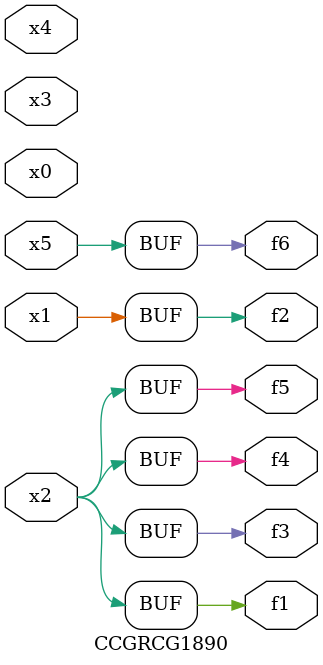
<source format=v>
module CCGRCG1890(
	input x0, x1, x2, x3, x4, x5,
	output f1, f2, f3, f4, f5, f6
);
	assign f1 = x2;
	assign f2 = x1;
	assign f3 = x2;
	assign f4 = x2;
	assign f5 = x2;
	assign f6 = x5;
endmodule

</source>
